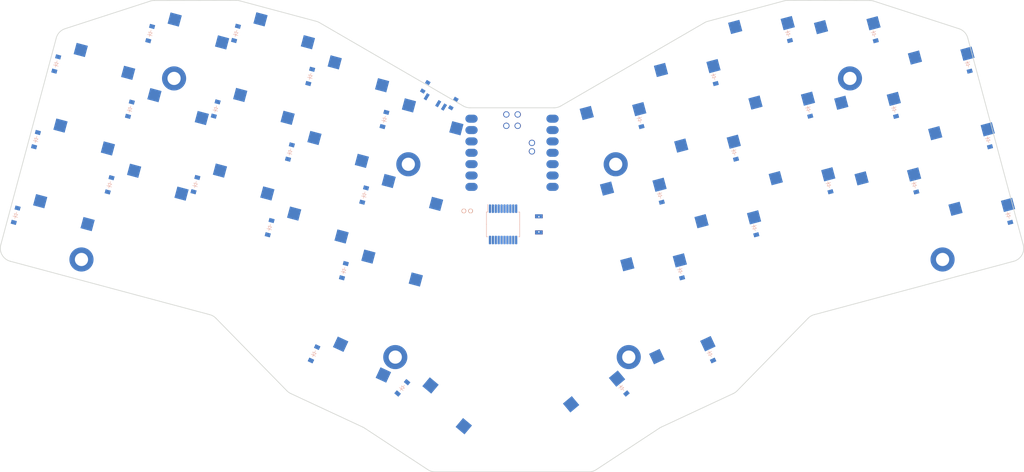
<source format=kicad_pcb>
(kicad_pcb (version 20221018) (generator pcbnew)
  (title_block (title "smcboard_mono") (rev "1.O") (company "smchunn"))
  (layers (0 "F.Cu" signal) (31 "B.Cu" signal) (34 "B.Paste" user) (35 "F.Paste" user) (36 "B.SilkS" user "B.Silkscreen") (37 "F.SilkS" user "F.Silkscreen") (38 "B.Mask" user) (39 "F.Mask" user) (44 "Edge.Cuts" user))
  (net 0 "")
  (net 1 "P0")
  (net 2 "P1")
  (net 3 "P2")
  (net 4 "P3")
  (net 5 "P4")
  (net 6 "P5")
  (net 7 "P6")
  (net 8 "P7")
  (net 9 "P8")
  (net 10 "P9")
  (net 11 "P10")
  (net 12 "VCC")
  (net 13 "GND")
  (net 14 "V3")
  (net 15 "RST")
  (net 16 "SWDIO")
  (net 17 "SWCLK")
  (net 18 "BATP")
  (net 19 "BATN")
  (net 20 "INT")
  (net 21 "GP7")
  (net 22 "GP6")
  (net 23 "GP5")
  (net 24 "GP4")
  (net 25 "GP3")
  (net 26 "GP2")
  (net 27 "GP1")
  (net 28 "GP0")
  (net 29 "pos")
  (net 30 "pinky_bottom")
  (net 31 "pinky_home")
  (net 32 "pinky_top")
  (net 33 "ring_bottom")
  (net 34 "ring_home")
  (net 35 "ring_top")
  (net 36 "middle_bottom")
  (net 37 "middle_home")
  (net 38 "middle_top")
  (net 39 "index_bottom")
  (net 40 "index_home")
  (net 41 "index_top")
  (net 42 "inner_bottom")
  (net 43 "inner_home")
  (net 44 "inner_top")
  (net 45 "index_extra")
  (net 46 "inner_extra")
  (net 47 "mirror_pinky_bottom")
  (net 48 "mirror_pinky_home")
  (net 49 "mirror_pinky_top")
  (net 50 "mirror_ring_bottom")
  (net 51 "mirror_ring_home")
  (net 52 "mirror_ring_top")
  (net 53 "mirror_middle_bottom")
  (net 54 "mirror_middle_home")
  (net 55 "mirror_middle_top")
  (net 56 "mirror_index_bottom")
  (net 57 "mirror_index_home")
  (net 58 "mirror_index_top")
  (net 59 "mirror_inner_bottom")
  (net 60 "mirror_inner_home")
  (net 61 "mirror_inner_top")
  (net 62 "mirror_index_extra")
  (net 63 "mirror_inner_extra")
  (net 64 "R2")
  (net 65 "R1")
  (net 66 "R0")
  (net 67 "R3")
  (footprint "lib:bat" (layer "F.Cu") (at 207.572794 150.317681 90)
    (fp_text reference "")
    (fp_text value "")
  )
  (footprint "PG1350" (layer "F.Cu") (at 179.603967 123.699899 -15)
    (fp_text reference "S12" hide)
    (fp_text value "")
  )
  (footprint "PG1350" (layer "F.Cu") (at 118.359922 137.830254 -15)
    (fp_text reference "S2" hide)
    (fp_text value "")
  )
  (footprint "Button_Switch_SMD:SW_SPST_B3U-1000P" (layer "F.Cu") (at 223.572794 153.317681 90)
    (fp_text reference "")
    (fp_text value "")
  )
  (footprint "PG1350" (layer "F.Cu") (at 163.028434 114.082118 -15)
    (fp_text reference "S9" hide)
    (fp_text value "")
  )
  (footprint "PG1350" (layer "F.Cu") (at 237.093024 195.995902 40)
    (fp_text reference "S34" hide)
    (fp_text value "")
  )
  (footprint "PG1350" (layer "F.Cu") (at 260.070954 140.603601 15)
    (fp_text reference "S28" hide)
    (fp_text value "")
  )
  (footprint "PG1350" (layer "F.Cu") (at 300.339543 147.930998 15)
    (fp_text reference "S21" hide)
    (fp_text value "")
  )
  (footprint "Button_Switch_SMD:SW_SPDT_PCM12" (layer "F.Cu") (at 201.172794 124.717681 149.2)
    (fp_text reference "")
    (fp_text value "")
  )
  (footprint "PG1350" (layer "F.Cu") (at 179.753781 186.891889 -25)
    (fp_text reference "S16" hide)
    (fp_text value "")
  )
  (footprint "PG1350" (layer "F.Cu") (at 122.889255 120.926552 -15)
    (fp_text reference "S3" hide)
    (fp_text value "")
  )
  (footprint "PG1350" (layer "F.Cu") (at 187.120833 167.125085 -15)
    (fp_text reference "S13" hide)
    (fp_text value "")
  )
  (footprint "PG1350" (layer "F.Cu") (at 113.830589 154.733956 -15)
    (fp_text reference "S1" hide)
    (fp_text value "")
  )
  (footprint "PG1350" (layer "F.Cu") (at 272.117153 114.082118 15)
    (fp_text reference "S26" hide)
    (fp_text value "")
  )
  (footprint "PG1350" (layer "F.Cu") (at 191.650166 150.221383 -15)
    (fp_text reference "S14" hide)
    (fp_text value "")
  )
  (footprint "PG1350" (layer "F.Cu") (at 139.335378 131.027296 -15)
    (fp_text reference "S5" hide)
    (fp_text value "")
  )
  (footprint "PG1350" (layer "F.Cu") (at 143.864711 114.123594 -15)
    (fp_text reference "S6" hide)
    (fp_text value "")
  )
  (footprint "PG1350" (layer "F.Cu") (at 316.785666 137.830254 15)
    (fp_text reference "S19" hide)
    (fp_text value "")
  )
  (footprint "PG1350" (layer "F.Cu") (at 175.074634 140.603601 -15)
    (fp_text reference "S11" hide)
    (fp_text value "")
  )
  (footprint "PG1350" (layer "F.Cu") (at 158.499101 130.98582 -15)
    (fp_text reference "S8" hide)
    (fp_text value "")
  )
  (footprint "PG1350" (layer "F.Cu") (at 264.600287 157.507303 15)
    (fp_text reference "S27" hide)
    (fp_text value "")
  )
  (footprint "PG1350" (layer "F.Cu") (at 243.495422 150.221383 15)
    (fp_text reference "S31" hide)
    (fp_text value "")
  )
  (footprint "PG1350" (layer "F.Cu") (at 255.391806 186.891889 25)
    (fp_text reference "S33" hide)
    (fp_text value "")
  )
  (footprint "PG1350" (layer "F.Cu") (at 170.5453 157.507303 -15)
    (fp_text reference "S10" hide)
    (fp_text value "")
  )
  (footprint "PG1350" (layer "F.Cu") (at 134.806045 147.930998 -15)
    (fp_text reference "S4" hide)
    (fp_text value "")
  )
  (footprint "PG1350" (layer "F.Cu") (at 321.314999 154.733956 15)
    (fp_text reference "S18" hide)
    (fp_text value "")
  )
  (footprint "PG1350" (layer "F.Cu") (at 238.966088 133.317681 15)
    (fp_text reference "S32" hide)
    (fp_text value "")
  )
  (footprint "PG1350" (layer "F.Cu") (at 291.280876 114.123594 15)
    (fp_text reference "S23" hide)
    (fp_text value "")
  )
  (footprint "PG1350" (layer "F.Cu") (at 276.646487 130.98582 15)
    (fp_text reference "S25" hide)
    (fp_text value "")
  )
  (footprint "PG1350" (layer "F.Cu") (at 295.81021 131.027296 15)
    (fp_text reference "S22" hide)
    (fp_text value "")
  )
  (footprint "PG1350" (layer "F.Cu") (at 198.052564 195.995902 -40)
    (fp_text reference "S17" hide)
    (fp_text value "")
  )
  (footprint "PG1350" (layer "F.Cu") (at 196.1795 133.317681 -15)
    (fp_text reference "S15" hide)
    (fp_text value "")
  )
  (footprint "PG1350" (layer "F.Cu") (at 153.969768 147.889522 -15)
    (fp_text reference "S7" hide)
    (fp_text value "")
  )
  (footprint "PG1350" (layer "F.Cu") (at 312.256333 120.926552 15)
    (fp_text reference "S20" hide)
    (fp_text value "")
  )
  (footprint "PG1350" (layer "F.Cu") (at 255.541621 123.699899 15)
    (fp_text reference "S29" hide)
    (fp_text value "")
  )
  (footprint "PG1350" (layer "F.Cu") (at 248.024755 167.125085 15)
    (fp_text reference "S30" hide)
    (fp_text value "")
  )
  (footprint "PG1350" (layer "F.Cu") (at 281.17582 147.889522 15)
    (fp_text reference "S24" hide)
    (fp_text value "")
  )
  (footprint "ComboDiode" (layer "B.Cu") (at 279.21485 110.627381 -75)
    (fp_text reference "D26" hide)
    (fp_text value "")
  )
  (footprint "ComboDiode" (layer "B.Cu") (at 302.907906 127.57256 -75)
    (fp_text reference "D22" hide)
    (fp_text value "")
  )
  (footprint "ComboDiode" (layer "B.Cu") (at 173.363823 182.257136 65)
    (fp_text reference "D16" hide)
    (fp_text value "")
  )
  (footprint "ComboDiode" (layer "B.Cu") (at 262.639317 120.245163 -75)
    (fp_text reference "D29" hide)
    (fp_text value "")
  )
  (footprint "MountingHole" (layer "B.Cu") (at 142.104742 120.69189 -15)
    (fp_text reference "")
    (fp_text value "")
  )
  (footprint "ComboDiode" (layer "B.Cu") (at 155.930738 110.627381 75)
    (fp_text reference "D9" hide)
    (fp_text value "")
  )
  (footprint "ComboDiode" (layer "B.Cu") (at 132.237682 127.57256 75)
    (fp_text reference "D5" hide)
    (fp_text value "")
  )
  (footprint "ComboDiode" (layer "B.Cu") (at 151.401405 127.531083 75)
    (fp_text reference "D8" hide)
    (fp_text value "")
  )
  (footprint "ComboDiode" (layer "B.Cu") (at 288.273517 144.434785 -75)
    (fp_text reference "D24" hide)
    (fp_text value "")
  )
  (footprint "ComboDiode" (layer "B.Cu") (at 298.378573 110.668858 -75)
    (fp_text reference "D23" hide)
    (fp_text value "")
  )
  (footprint "ComboDiode" (layer "B.Cu") (at 136.767015 110.668858 75)
    (fp_text reference "D6" hide)
    (fp_text value "")
  )
  (footprint "ComboDiode" (layer "B.Cu") (at 172.50627 120.245163 75)
    (fp_text reference "D12" hide)
    (fp_text value "")
  )
  (footprint "ComboDiode" (layer "B.Cu") (at 193.079901 189.865231 50)
    (fp_text reference "D17" hide)
    (fp_text value "")
  )
  (footprint "ComboDiode" (layer "B.Cu") (at 323.883363 134.375518 -75)
    (fp_text reference "D19" hide)
    (fp_text value "")
  )
  (footprint "MountingHole" (layer "B.Cu") (at 191.502807 182.991837 -25)
    (fp_text reference "")
    (fp_text value "")
  )
  (footprint "MountingHole" (layer "B.Cu") (at 121.42394 161.168512 -15)
    (fp_text reference "")
    (fp_text value "")
  )
  (footprint "ComboDiode" (layer "B.Cu") (at 328.412696 151.27922 -75)
    (fp_text reference "D18" hide)
    (fp_text value "")
  )
  (footprint "ComboDiode" (layer "B.Cu") (at 146.872071 144.434785 75)
    (fp_text reference "D7" hide)
    (fp_text value "")
  )
  (footprint "ComboDiode" (layer "B.Cu") (at 267.168651 137.148865 -75)
    (fp_text reference "D28" hide)
    (fp_text value "")
  )
  (footprint "ComboDiode" (layer "B.Cu") (at 111.262225 134.375518 75)
    (fp_text reference "D2" hide)
    (fp_text value "")
  )
  (footprint "ComboDiode" (layer "B.Cu") (at 242.065687 189.865231 -50)
    (fp_text reference "D34" hide)
    (fp_text value "")
  )
  (footprint "ComboDiode" (layer "B.Cu") (at 261.781764 182.257136 -65)
    (fp_text reference "D33" hide)
    (fp_text value "")
  )
  (footprint "ComboDiode" (layer "B.Cu") (at 180.023136 163.670348 75)
    (fp_text reference "D13" hide)
    (fp_text value "")
  )
  (footprint "MountingHole" (layer "B.Cu") (at 293.040846 120.69189 15)
    (fp_text reference "")
    (fp_text value "")
  )
  (footprint "MountingHole" (layer "B.Cu") (at 194.41953 139.885976 -15)
    (fp_text reference "")
    (fp_text value "")
  )
  (footprint "ComboDiode" (layer "B.Cu") (at 106.732892 151.27922 75)
    (fp_text reference "D1" hide)
    (fp_text value "")
  )
  (footprint "MountingHole" (layer "B.Cu") (at 240.726058 139.885976 15)
    (fp_text reference "")
    (fp_text value "")
  )
  (footprint "ComboDiode" (layer "B.Cu") (at 163.447604 154.052567 75)
    (fp_text reference "D10" hide)
    (fp_text value "")
  )
  (footprint "mcp23s08_ssop" (layer "B.Cu") (at 215.572794 153.317681 90)
    (fp_text reference "_2" hide)
    (fp_text value "")
  )
  (footprint "ComboDiode" (layer "B.Cu") (at 271.697984 154.052567 -75)
    (fp_text reference "D27" hide)
    (fp_text value "")
  )
  (footprint "ComboDiode" (layer "B.Cu") (at 115.791559 117.471816 75)
    (fp_text reference "D3" hide)
    (fp_text value "")
  )
  (footprint "ComboDiode" (layer "B.Cu") (at 184.55247 146.766646 75)
    (fp_text reference "D14" hide)
    (fp_text value "")
  )
  (footprint "ComboDiode" (layer "B.Cu") (at 307.43724 144.476262 -75)
    (fp_text reference "D21" hide)
    (fp_text value "")
  )
  (footprint "ComboDiode" (layer "B.Cu") (at 246.063785 129.862944 -75)
    (fp_text reference "D32" hide)
    (fp_text value "")
  )
  (footprint "ComboDiode" (layer "B.Cu") (at 283.744183 127.531083 -75)
    (fp_text reference "D25" hide)
    (fp_text value "")
  )
  (footprint "seeed_xiao" (layer "B.Cu") (at 217.572794 137.317681)
    (fp_text reference "")
    (fp_text value "")
  )
  (footprint "ComboDiode" (layer "B.Cu") (at 255.122451 163.670348 -75)
    (fp_text reference "D30" hide)
    (fp_text value "")
  )
  (footprint "ComboDiode" (layer "B.Cu") (at 189.081803 129.862944 75)
    (fp_text reference "D15" hide)
    (fp_text value "")
  )
  (footprint "MountingHole" (layer "B.Cu") (at 243.642781 182.991837 25)
    (fp_text reference "")
    (fp_text value "")
  )
  (footprint "ComboDiode" (layer "B.Cu") (at 250.593118 146.766646 -75)
    (fp_text reference "D31" hide)
    (fp_text value "")
  )
  (footprint "ComboDiode" (layer "B.Cu") (at 319.354029 117.471816 -75)
    (fp_text reference "D20" hide)
    (fp_text value "")
  )
  (footprint "ComboDiode" (layer "B.Cu") (at 127.708348 144.476262 75)
    (fp_text reference "D4" hide)
    (fp_text value "")
  )
  (footprint "ComboDiode" (layer "B.Cu") (at 167.976937 137.148865 75)
    (fp_text reference "D11" hide)
    (fp_text value "")
  )
  (footprint "MountingHole" (layer "B.Cu") (at 313.721648 161.168512 15)
    (fp_text reference "")
    (fp_text value "")
  )
  (gr_arc (start 168.168446 191.144115) (mid 167.701151 190.872487) (end 167.290181 190.521419) (stroke (width 0.15)) (layer "Edge.Cuts"))
  (gr_line (start 228.464899 126.854729) (end 260.573201 108.224219) (stroke (width 0.15)) (layer "Edge.Cuts"))
  (gr_line (start 261.302363 107.921265) (end 278.40261 103.339268) (stroke (width 0.15)) (layer "Edge.Cuts"))
  (gr_line (start 250.523858 198.851321) (end 236.381824 208.151163) (stroke (width 0.15)) (layer "Edge.Cuts"))
  (gr_line (start 137.665568 103.276648) (end 155.960028 103.237052) (stroke (width 0.15)) (layer "Edge.Cuts"))
  (gr_arc (start 317.37608 109.577785) (mid 318.626124 110.365804) (end 319.34833 111.654992) (stroke (width 0.15)) (layer "Edge.Cuts"))
  (gr_arc (start 267.855407 190.521419) (mid 267.444436 190.872487) (end 266.977142 191.144115) (stroke (width 0.15)) (layer "Edge.Cuts"))
  (gr_line (start 283.691571 174.30834) (end 267.855407 190.521419) (stroke (width 0.15)) (layer "Edge.Cuts"))
  (gr_line (start 234.733485 208.644576) (end 200.412102 208.644576) (stroke (width 0.15)) (layer "Edge.Cuts"))
  (gr_arc (start 260.5732 108.224219) (mid 260.927771 108.048648) (end 261.302363 107.921265) (stroke (width 0.15)) (layer "Edge.Cuts"))
  (gr_line (start 117.769508 109.577785) (end 136.746534 103.422977) (stroke (width 0.15)) (layer "Edge.Cuts"))
  (gr_line (start 174.572387 108.224219) (end 206.680689 126.854729) (stroke (width 0.15)) (layer "Edge.Cuts"))
  (gr_line (start 319.34833 111.654992) (end 331.738023 157.893953) (stroke (width 0.15)) (layer "Edge.Cuts"))
  (gr_line (start 329.616702 161.568188) (end 285.061233 173.50679) (stroke (width 0.15)) (layer "Edge.Cuts"))
  (gr_line (start 208.186308 127.259906) (end 226.95928 127.259906) (stroke (width 0.15)) (layer "Edge.Cuts"))
  (gr_arc (start 208.186308 127.259905) (mid 207.406716 127.156841) (end 206.680689 126.854729) (stroke (width 0.15)) (layer "Edge.Cuts"))
  (gr_arc (start 331.738023 157.893953) (mid 331.438321 160.17041) (end 329.616702 161.568188) (stroke (width 0.15)) (layer "Edge.Cuts"))
  (gr_arc (start 200.412102 208.644576) (mid 199.5518 208.518577) (end 198.763763 208.151163) (stroke (width 0.15)) (layer "Edge.Cuts"))
  (gr_line (start 279.18556 103.237052) (end 297.480019 103.276648) (stroke (width 0.15)) (layer "Edge.Cuts"))
  (gr_arc (start 105.528886 161.568188) (mid 103.707267 160.17041) (end 103.407565 157.893953) (stroke (width 0.15)) (layer "Edge.Cuts"))
  (gr_arc (start 115.797258 111.654992) (mid 116.519464 110.365805) (end 117.769508 109.577785) (stroke (width 0.15)) (layer "Edge.Cuts"))
  (gr_arc (start 250.523858 198.851321) (mid 250.71024 198.738236) (end 250.904342 198.638985) (stroke (width 0.15)) (layer "Edge.Cuts"))
  (gr_line (start 167.290181 190.521419) (end 151.454017 174.30834) (stroke (width 0.15)) (layer "Edge.Cuts"))
  (gr_line (start 198.763763 208.151163) (end 184.62173 198.851321) (stroke (width 0.15)) (layer "Edge.Cuts"))
  (gr_arc (start 236.381824 208.151163) (mid 235.593787 208.518577) (end 234.733485 208.644576) (stroke (width 0.15)) (layer "Edge.Cuts"))
  (gr_arc (start 278.40261 103.339267) (mid 278.790707 103.262288) (end 279.18556 103.237052) (stroke (width 0.15)) (layer "Edge.Cuts"))
  (gr_arc (start 155.960027 103.237053) (mid 156.354879 103.262289) (end 156.742977 103.339268) (stroke (width 0.15)) (layer "Edge.Cuts"))
  (gr_line (start 266.977142 191.144115) (end 250.904342 198.638985) (stroke (width 0.15)) (layer "Edge.Cuts"))
  (gr_arc (start 228.4649 126.85473) (mid 227.738873 127.156842) (end 226.95928 127.259906) (stroke (width 0.15)) (layer "Edge.Cuts"))
  (gr_line (start 184.241246 198.638985) (end 168.168446 191.144115) (stroke (width 0.15)) (layer "Edge.Cuts"))
  (gr_line (start 150.084354 173.50679) (end 105.528886 161.568188) (stroke (width 0.15)) (layer "Edge.Cuts"))
  (gr_line (start 156.742977 103.339268) (end 173.843225 107.921265) (stroke (width 0.15)) (layer "Edge.Cuts"))
  (gr_arc (start 150.084354 173.50679) (mid 150.823148 173.815356) (end 151.454017 174.30834) (stroke (width 0.15)) (layer "Edge.Cuts"))
  (gr_line (start 103.407565 157.893953) (end 115.797258 111.654992) (stroke (width 0.15)) (layer "Edge.Cuts"))
  (gr_arc (start 283.69157 174.30834) (mid 284.322439 173.815356) (end 285.061233 173.50679) (stroke (width 0.15)) (layer "Edge.Cuts"))
  (gr_arc (start 184.241246 198.638985) (mid 184.435348 198.738236) (end 184.62173 198.851321) (stroke (width 0.15)) (layer "Edge.Cuts"))
  (gr_arc (start 297.48002 103.276648) (mid 297.945246 103.313959) (end 298.399054 103.422977) (stroke (width 0.15)) (layer "Edge.Cuts"))
  (gr_arc (start 173.843224 107.921265) (mid 174.217816 108.048648) (end 174.572387 108.224219) (stroke (width 0.15)) (layer "Edge.Cuts"))
  (gr_line (start 298.399054 103.422977) (end 317.37608 109.577785) (stroke (width 0.15)) (layer "Edge.Cuts"))
  (gr_arc (start 136.746534 103.422977) (mid 137.200343 103.31396) (end 137.665568 103.276648) (stroke (width 0.15)) (layer "Edge.Cuts"))
)
</source>
